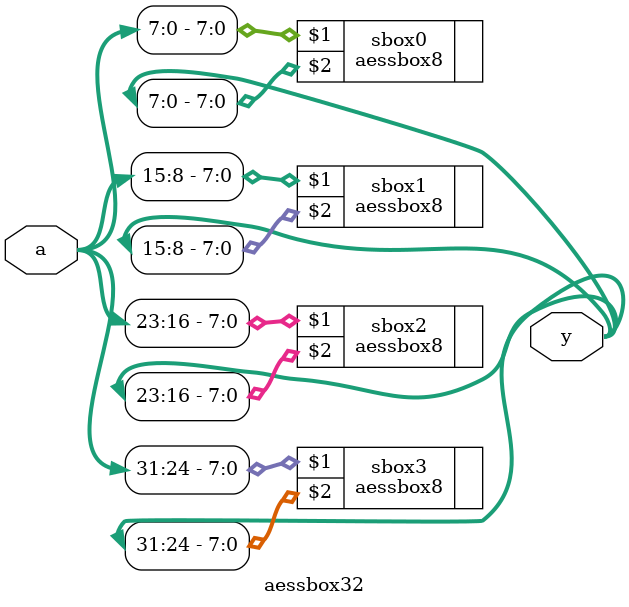
<source format=sv>

module aessbox32(
   input  logic [31:0] a,
   output logic [31:0] y
);

   // substitutions boxes for each byte of the 32-bit word
   aessbox8 sbox0(a[7:0],   y[7:0]);
   aessbox8 sbox1(a[15:8],  y[15:8]);
   aessbox8 sbox2(a[23:16], y[23:16]);
   aessbox8 sbox3(a[31:24], y[31:24]);
endmodule

</source>
